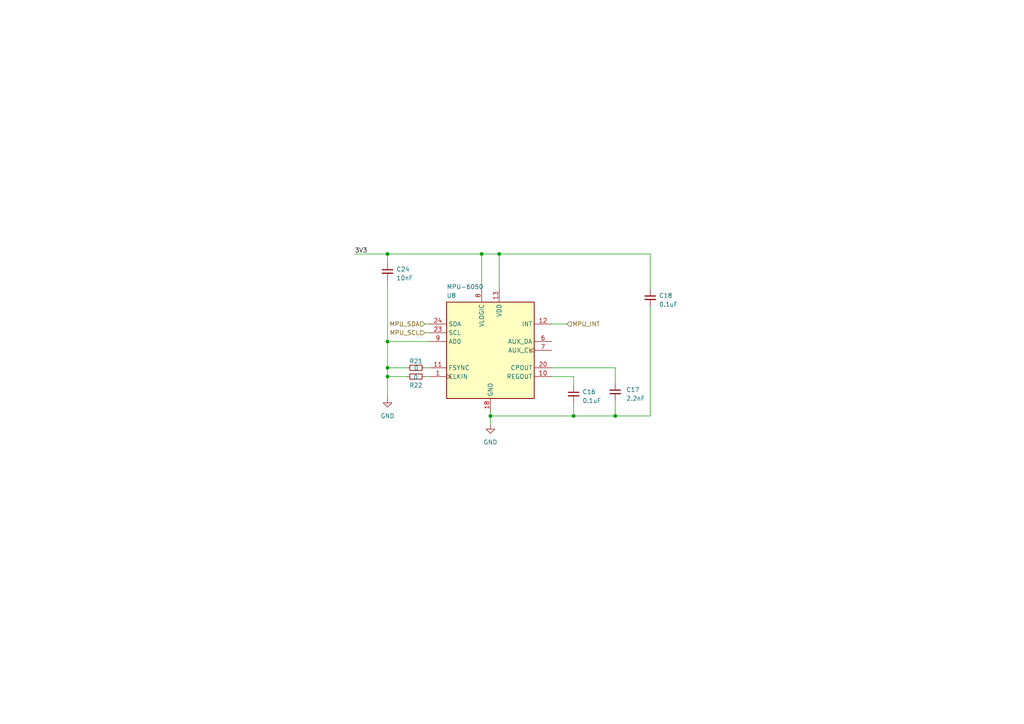
<source format=kicad_sch>
(kicad_sch (version 20230121) (generator eeschema)

  (uuid 45717ea5-ead3-48a7-843c-0e73302d760a)

  (paper "A4")

  (lib_symbols
    (symbol "Device:C_Small" (pin_numbers hide) (pin_names (offset 0.254) hide) (in_bom yes) (on_board yes)
      (property "Reference" "C" (at 0.254 1.778 0)
        (effects (font (size 1.27 1.27)) (justify left))
      )
      (property "Value" "C_Small" (at 0.254 -2.032 0)
        (effects (font (size 1.27 1.27)) (justify left))
      )
      (property "Footprint" "" (at 0 0 0)
        (effects (font (size 1.27 1.27)) hide)
      )
      (property "Datasheet" "~" (at 0 0 0)
        (effects (font (size 1.27 1.27)) hide)
      )
      (property "ki_keywords" "capacitor cap" (at 0 0 0)
        (effects (font (size 1.27 1.27)) hide)
      )
      (property "ki_description" "Unpolarized capacitor, small symbol" (at 0 0 0)
        (effects (font (size 1.27 1.27)) hide)
      )
      (property "ki_fp_filters" "C_*" (at 0 0 0)
        (effects (font (size 1.27 1.27)) hide)
      )
      (symbol "C_Small_0_1"
        (polyline
          (pts
            (xy -1.524 -0.508)
            (xy 1.524 -0.508)
          )
          (stroke (width 0.3302) (type default))
          (fill (type none))
        )
        (polyline
          (pts
            (xy -1.524 0.508)
            (xy 1.524 0.508)
          )
          (stroke (width 0.3048) (type default))
          (fill (type none))
        )
      )
      (symbol "C_Small_1_1"
        (pin passive line (at 0 2.54 270) (length 2.032)
          (name "~" (effects (font (size 1.27 1.27))))
          (number "1" (effects (font (size 1.27 1.27))))
        )
        (pin passive line (at 0 -2.54 90) (length 2.032)
          (name "~" (effects (font (size 1.27 1.27))))
          (number "2" (effects (font (size 1.27 1.27))))
        )
      )
    )
    (symbol "Device:R_Small" (pin_numbers hide) (pin_names (offset 0.254) hide) (in_bom yes) (on_board yes)
      (property "Reference" "R" (at 0.762 0.508 0)
        (effects (font (size 1.27 1.27)) (justify left))
      )
      (property "Value" "R_Small" (at 0.762 -1.016 0)
        (effects (font (size 1.27 1.27)) (justify left))
      )
      (property "Footprint" "" (at 0 0 0)
        (effects (font (size 1.27 1.27)) hide)
      )
      (property "Datasheet" "~" (at 0 0 0)
        (effects (font (size 1.27 1.27)) hide)
      )
      (property "ki_keywords" "R resistor" (at 0 0 0)
        (effects (font (size 1.27 1.27)) hide)
      )
      (property "ki_description" "Resistor, small symbol" (at 0 0 0)
        (effects (font (size 1.27 1.27)) hide)
      )
      (property "ki_fp_filters" "R_*" (at 0 0 0)
        (effects (font (size 1.27 1.27)) hide)
      )
      (symbol "R_Small_0_1"
        (rectangle (start -0.762 1.778) (end 0.762 -1.778)
          (stroke (width 0.2032) (type default))
          (fill (type none))
        )
      )
      (symbol "R_Small_1_1"
        (pin passive line (at 0 2.54 270) (length 0.762)
          (name "~" (effects (font (size 1.27 1.27))))
          (number "1" (effects (font (size 1.27 1.27))))
        )
        (pin passive line (at 0 -2.54 90) (length 0.762)
          (name "~" (effects (font (size 1.27 1.27))))
          (number "2" (effects (font (size 1.27 1.27))))
        )
      )
    )
    (symbol "Sensor_Motion:MPU-6050" (in_bom yes) (on_board yes)
      (property "Reference" "U" (at -11.43 13.97 0)
        (effects (font (size 1.27 1.27)))
      )
      (property "Value" "MPU-6050" (at 7.62 -15.24 0)
        (effects (font (size 1.27 1.27)))
      )
      (property "Footprint" "Sensor_Motion:InvenSense_QFN-24_4x4mm_P0.5mm" (at 0 -20.32 0)
        (effects (font (size 1.27 1.27)) hide)
      )
      (property "Datasheet" "https://invensense.tdk.com/wp-content/uploads/2015/02/MPU-6000-Datasheet1.pdf" (at 0 -3.81 0)
        (effects (font (size 1.27 1.27)) hide)
      )
      (property "ki_keywords" "mems" (at 0 0 0)
        (effects (font (size 1.27 1.27)) hide)
      )
      (property "ki_description" "InvenSense 6-Axis Motion Sensor, Gyroscope, Accelerometer, I2C" (at 0 0 0)
        (effects (font (size 1.27 1.27)) hide)
      )
      (property "ki_fp_filters" "*QFN*4x4mm*P0.5mm*" (at 0 0 0)
        (effects (font (size 1.27 1.27)) hide)
      )
      (symbol "MPU-6050_0_0"
        (text "" (at 12.7 -2.54 0)
          (effects (font (size 1.27 1.27)))
        )
      )
      (symbol "MPU-6050_0_1"
        (rectangle (start -12.7 13.97) (end 12.7 -13.97)
          (stroke (width 0.254) (type default))
          (fill (type background))
        )
      )
      (symbol "MPU-6050_1_1"
        (pin input clock (at -17.78 -7.62 0) (length 5.08)
          (name "CLKIN" (effects (font (size 1.27 1.27))))
          (number "1" (effects (font (size 1.27 1.27))))
        )
        (pin passive line (at 17.78 -7.62 180) (length 5.08)
          (name "REGOUT" (effects (font (size 1.27 1.27))))
          (number "10" (effects (font (size 1.27 1.27))))
        )
        (pin input line (at -17.78 -5.08 0) (length 5.08)
          (name "FSYNC" (effects (font (size 1.27 1.27))))
          (number "11" (effects (font (size 1.27 1.27))))
        )
        (pin output line (at 17.78 7.62 180) (length 5.08)
          (name "INT" (effects (font (size 1.27 1.27))))
          (number "12" (effects (font (size 1.27 1.27))))
        )
        (pin power_in line (at 2.54 17.78 270) (length 3.81)
          (name "VDD" (effects (font (size 1.27 1.27))))
          (number "13" (effects (font (size 1.27 1.27))))
        )
        (pin no_connect line (at -12.7 -10.16 0) (length 2.54) hide
          (name "NC" (effects (font (size 1.27 1.27))))
          (number "14" (effects (font (size 1.27 1.27))))
        )
        (pin no_connect line (at 12.7 12.7 180) (length 2.54) hide
          (name "NC" (effects (font (size 1.27 1.27))))
          (number "15" (effects (font (size 1.27 1.27))))
        )
        (pin no_connect line (at 12.7 10.16 180) (length 2.54) hide
          (name "NC" (effects (font (size 1.27 1.27))))
          (number "16" (effects (font (size 1.27 1.27))))
        )
        (pin no_connect line (at 12.7 5.08 180) (length 2.54) hide
          (name "NC" (effects (font (size 1.27 1.27))))
          (number "17" (effects (font (size 1.27 1.27))))
        )
        (pin power_in line (at 0 -17.78 90) (length 3.81)
          (name "GND" (effects (font (size 1.27 1.27))))
          (number "18" (effects (font (size 1.27 1.27))))
        )
        (pin no_connect line (at 12.7 -10.16 180) (length 2.54) hide
          (name "RESV" (effects (font (size 1.27 1.27))))
          (number "19" (effects (font (size 1.27 1.27))))
        )
        (pin no_connect line (at -12.7 12.7 0) (length 2.54) hide
          (name "NC" (effects (font (size 1.27 1.27))))
          (number "2" (effects (font (size 1.27 1.27))))
        )
        (pin passive line (at 17.78 -5.08 180) (length 5.08)
          (name "CPOUT" (effects (font (size 1.27 1.27))))
          (number "20" (effects (font (size 1.27 1.27))))
        )
        (pin no_connect line (at 12.7 -2.54 180) (length 2.54) hide
          (name "RESV" (effects (font (size 1.27 1.27))))
          (number "21" (effects (font (size 1.27 1.27))))
        )
        (pin no_connect line (at 12.7 -12.7 180) (length 2.54) hide
          (name "RESV" (effects (font (size 1.27 1.27))))
          (number "22" (effects (font (size 1.27 1.27))))
        )
        (pin input line (at -17.78 5.08 0) (length 5.08)
          (name "SCL" (effects (font (size 1.27 1.27))))
          (number "23" (effects (font (size 1.27 1.27))))
        )
        (pin bidirectional line (at -17.78 7.62 0) (length 5.08)
          (name "SDA" (effects (font (size 1.27 1.27))))
          (number "24" (effects (font (size 1.27 1.27))))
        )
        (pin no_connect line (at -12.7 10.16 0) (length 2.54) hide
          (name "NC" (effects (font (size 1.27 1.27))))
          (number "3" (effects (font (size 1.27 1.27))))
        )
        (pin no_connect line (at -12.7 0 0) (length 2.54) hide
          (name "NC" (effects (font (size 1.27 1.27))))
          (number "4" (effects (font (size 1.27 1.27))))
        )
        (pin no_connect line (at -12.7 -2.54 0) (length 2.54) hide
          (name "NC" (effects (font (size 1.27 1.27))))
          (number "5" (effects (font (size 1.27 1.27))))
        )
        (pin bidirectional line (at 17.78 2.54 180) (length 5.08)
          (name "AUX_DA" (effects (font (size 1.27 1.27))))
          (number "6" (effects (font (size 1.27 1.27))))
        )
        (pin output clock (at 17.78 0 180) (length 5.08)
          (name "AUX_CL" (effects (font (size 1.27 1.27))))
          (number "7" (effects (font (size 1.27 1.27))))
        )
        (pin power_in line (at -2.54 17.78 270) (length 3.81)
          (name "VLOGIC" (effects (font (size 1.27 1.27))))
          (number "8" (effects (font (size 1.27 1.27))))
        )
        (pin input line (at -17.78 2.54 0) (length 5.08)
          (name "AD0" (effects (font (size 1.27 1.27))))
          (number "9" (effects (font (size 1.27 1.27))))
        )
      )
    )
    (symbol "power:GND" (power) (pin_names (offset 0)) (in_bom yes) (on_board yes)
      (property "Reference" "#PWR" (at 0 -6.35 0)
        (effects (font (size 1.27 1.27)) hide)
      )
      (property "Value" "GND" (at 0 -3.81 0)
        (effects (font (size 1.27 1.27)))
      )
      (property "Footprint" "" (at 0 0 0)
        (effects (font (size 1.27 1.27)) hide)
      )
      (property "Datasheet" "" (at 0 0 0)
        (effects (font (size 1.27 1.27)) hide)
      )
      (property "ki_keywords" "global power" (at 0 0 0)
        (effects (font (size 1.27 1.27)) hide)
      )
      (property "ki_description" "Power symbol creates a global label with name \"GND\" , ground" (at 0 0 0)
        (effects (font (size 1.27 1.27)) hide)
      )
      (symbol "GND_0_1"
        (polyline
          (pts
            (xy 0 0)
            (xy 0 -1.27)
            (xy 1.27 -1.27)
            (xy 0 -2.54)
            (xy -1.27 -1.27)
            (xy 0 -1.27)
          )
          (stroke (width 0) (type default))
          (fill (type none))
        )
      )
      (symbol "GND_1_1"
        (pin power_in line (at 0 0 270) (length 0) hide
          (name "GND" (effects (font (size 1.27 1.27))))
          (number "1" (effects (font (size 1.27 1.27))))
        )
      )
    )
  )

  (junction (at 144.78 73.66) (diameter 0) (color 0 0 0 0)
    (uuid 1c5a7719-af32-4662-8a4a-7833b33c599a)
  )
  (junction (at 112.395 109.22) (diameter 0) (color 0 0 0 0)
    (uuid 267720f6-5265-4447-937f-e6468a8aeb28)
  )
  (junction (at 112.395 73.66) (diameter 0) (color 0 0 0 0)
    (uuid 3e604a29-4fdb-4950-98dd-f4c7026587fd)
  )
  (junction (at 112.395 106.68) (diameter 0) (color 0 0 0 0)
    (uuid 5f33bc45-2311-4563-8933-cfd1236ec1e9)
  )
  (junction (at 142.24 120.65) (diameter 0) (color 0 0 0 0)
    (uuid 7ccada2a-5e62-47ae-a819-50fa1db5bbf2)
  )
  (junction (at 112.395 99.06) (diameter 0) (color 0 0 0 0)
    (uuid 882cf8b9-ecfc-48a5-a2ef-0826db330cf2)
  )
  (junction (at 166.37 120.65) (diameter 0) (color 0 0 0 0)
    (uuid bdfe0b09-b2f3-4036-91a7-bfd3518825d2)
  )
  (junction (at 139.7 73.66) (diameter 0) (color 0 0 0 0)
    (uuid cee2a6d5-2bc0-4ba9-8d58-9c924eab8921)
  )
  (junction (at 178.435 120.65) (diameter 0) (color 0 0 0 0)
    (uuid e727ae2e-0be8-408e-9f6f-0e5ae4488775)
  )

  (wire (pts (xy 160.02 93.98) (xy 164.465 93.98))
    (stroke (width 0) (type default))
    (uuid 02fb6892-9685-4951-aefb-677cd239c861)
  )
  (wire (pts (xy 112.395 81.28) (xy 112.395 99.06))
    (stroke (width 0) (type default))
    (uuid 19df63f5-3a45-4999-80b5-0a45b84ecd5e)
  )
  (wire (pts (xy 102.87 73.66) (xy 112.395 73.66))
    (stroke (width 0) (type default))
    (uuid 2de436ac-ddc4-4e32-93e5-88d925e1344c)
  )
  (wire (pts (xy 178.435 116.205) (xy 178.435 120.65))
    (stroke (width 0) (type default))
    (uuid 2e2041c8-67af-4b17-8e8b-ba5fef0ae3bc)
  )
  (wire (pts (xy 178.435 106.68) (xy 178.435 111.125))
    (stroke (width 0) (type default))
    (uuid 344fa213-2d71-4637-b961-59ea73e9cc3c)
  )
  (wire (pts (xy 112.395 73.66) (xy 139.7 73.66))
    (stroke (width 0) (type default))
    (uuid 4471fef6-a50b-47a0-af87-c0be04911639)
  )
  (wire (pts (xy 144.78 73.66) (xy 144.78 83.82))
    (stroke (width 0) (type default))
    (uuid 4aabf079-a587-47d4-94d6-322b8c5e7f4b)
  )
  (wire (pts (xy 123.19 109.22) (xy 124.46 109.22))
    (stroke (width 0) (type default))
    (uuid 4bb05e3e-9e02-4e5f-b444-8dd2bfe727c3)
  )
  (wire (pts (xy 142.24 119.38) (xy 142.24 120.65))
    (stroke (width 0) (type default))
    (uuid 50dc154c-119f-4333-a966-e4a1e42fc3d5)
  )
  (wire (pts (xy 139.7 83.82) (xy 139.7 73.66))
    (stroke (width 0) (type default))
    (uuid 59809df8-b0e8-4d67-98c8-c3bf2ac8571a)
  )
  (wire (pts (xy 112.395 109.22) (xy 112.395 115.57))
    (stroke (width 0) (type default))
    (uuid 5b096239-1178-4eee-b56d-0e1b48d4ed0a)
  )
  (wire (pts (xy 188.595 120.65) (xy 178.435 120.65))
    (stroke (width 0) (type default))
    (uuid 62eaee48-e5e4-4035-b457-434492d54aa8)
  )
  (wire (pts (xy 160.02 106.68) (xy 178.435 106.68))
    (stroke (width 0) (type default))
    (uuid 637895d5-dccb-4b56-8ffc-e2e212bb21f3)
  )
  (wire (pts (xy 124.46 106.68) (xy 123.19 106.68))
    (stroke (width 0) (type default))
    (uuid 744f7c9e-36f1-4285-b93b-57fa52961db2)
  )
  (wire (pts (xy 142.24 120.65) (xy 166.37 120.65))
    (stroke (width 0) (type default))
    (uuid 863341d1-fbf7-4098-b3da-ae808baca34d)
  )
  (wire (pts (xy 144.78 73.66) (xy 188.595 73.66))
    (stroke (width 0) (type default))
    (uuid 8636de53-ad02-4fef-80c6-48af086328a2)
  )
  (wire (pts (xy 166.37 116.84) (xy 166.37 120.65))
    (stroke (width 0) (type default))
    (uuid 92674c16-ebb9-4533-aa74-0516d0446492)
  )
  (wire (pts (xy 124.46 96.52) (xy 123.19 96.52))
    (stroke (width 0) (type default))
    (uuid 954f06d6-2ef3-4472-8083-2ce86f67cdaf)
  )
  (wire (pts (xy 142.24 120.65) (xy 142.24 123.19))
    (stroke (width 0) (type default))
    (uuid 970ee2cb-ca25-4318-85bc-a4eefd6589ad)
  )
  (wire (pts (xy 178.435 120.65) (xy 166.37 120.65))
    (stroke (width 0) (type default))
    (uuid 9f32ddc1-5751-436f-a902-08be2857c82a)
  )
  (wire (pts (xy 123.19 93.98) (xy 124.46 93.98))
    (stroke (width 0) (type default))
    (uuid b07c605c-0acb-4b33-aad3-de6643912c04)
  )
  (wire (pts (xy 188.595 88.9) (xy 188.595 120.65))
    (stroke (width 0) (type default))
    (uuid b094f340-fcfb-44d2-8800-4e6ebf2d62fc)
  )
  (wire (pts (xy 166.37 109.22) (xy 166.37 111.76))
    (stroke (width 0) (type default))
    (uuid c440f710-8c68-484a-ae25-d0cf1105a57e)
  )
  (wire (pts (xy 112.395 73.66) (xy 112.395 76.2))
    (stroke (width 0) (type default))
    (uuid ce53dab7-3c63-4765-a8c5-0ce4bd4d2c81)
  )
  (wire (pts (xy 112.395 109.22) (xy 118.11 109.22))
    (stroke (width 0) (type default))
    (uuid dcace878-3816-4d82-885a-f7667e1ba339)
  )
  (wire (pts (xy 112.395 99.06) (xy 112.395 106.68))
    (stroke (width 0) (type default))
    (uuid e29d7687-5763-4165-a84e-a2d81e382fe7)
  )
  (wire (pts (xy 160.02 109.22) (xy 166.37 109.22))
    (stroke (width 0) (type default))
    (uuid e2c906df-73e3-42e2-863b-747bad671fa8)
  )
  (wire (pts (xy 188.595 83.82) (xy 188.595 73.66))
    (stroke (width 0) (type default))
    (uuid e6153c5d-ccb3-4ce6-95e1-68865b9bade2)
  )
  (wire (pts (xy 112.395 106.68) (xy 118.11 106.68))
    (stroke (width 0) (type default))
    (uuid ed341edf-840a-4597-963e-dd1a1dad06ce)
  )
  (wire (pts (xy 124.46 99.06) (xy 112.395 99.06))
    (stroke (width 0) (type default))
    (uuid f2d2700b-752c-466b-9d11-4ba94ad2c314)
  )
  (wire (pts (xy 139.7 73.66) (xy 144.78 73.66))
    (stroke (width 0) (type default))
    (uuid f84f2014-a2a8-4dc7-8fae-768e963a05c9)
  )
  (wire (pts (xy 112.395 109.22) (xy 112.395 106.68))
    (stroke (width 0) (type default))
    (uuid fd9f1a96-5991-48d1-8b0a-5c2eaf153e92)
  )

  (label "3V3" (at 102.87 73.66 0) (fields_autoplaced)
    (effects (font (size 1.27 1.27)) (justify left bottom))
    (uuid ab44c4f9-d13e-4a88-8c12-8ea57c59b6fe)
  )

  (hierarchical_label "MPU_SDA" (shape input) (at 123.19 93.98 180) (fields_autoplaced)
    (effects (font (size 1.27 1.27)) (justify right))
    (uuid 05b21cc6-6b0a-46e7-8713-f131172cb5cb)
  )
  (hierarchical_label "MPU_SCL" (shape input) (at 123.19 96.52 180) (fields_autoplaced)
    (effects (font (size 1.27 1.27)) (justify right))
    (uuid d72b1fbc-2039-40af-b207-603a0c5bbfa5)
  )
  (hierarchical_label "MPU_INT" (shape input) (at 164.465 93.98 0) (fields_autoplaced)
    (effects (font (size 1.27 1.27)) (justify left))
    (uuid f32943a9-b3bc-4509-8f71-816106153cbf)
  )

  (symbol (lib_id "Device:C_Small") (at 188.595 86.36 0) (unit 1)
    (in_bom yes) (on_board yes) (dnp no) (fields_autoplaced)
    (uuid 06f870a8-a20a-4d1d-a77d-fb6c378188aa)
    (property "Reference" "C18" (at 191.135 85.7313 0)
      (effects (font (size 1.27 1.27)) (justify left))
    )
    (property "Value" "0.1uF" (at 191.135 88.2713 0)
      (effects (font (size 1.27 1.27)) (justify left))
    )
    (property "Footprint" "" (at 188.595 86.36 0)
      (effects (font (size 1.27 1.27)) hide)
    )
    (property "Datasheet" "~" (at 188.595 86.36 0)
      (effects (font (size 1.27 1.27)) hide)
    )
    (pin "1" (uuid 3dcd7e02-3f1f-4eac-9fac-af89dac4d33c))
    (pin "2" (uuid e6669529-b5b5-41ff-9ee1-7f0a829075c7))
    (instances
      (project "BEEWATCH"
        (path "/e9c5fb53-480b-4989-8495-a3341ee99514/45e7f89e-d204-4195-8987-9a9b7a51f032"
          (reference "C18") (unit 1)
        )
      )
    )
  )

  (symbol (lib_id "Device:C_Small") (at 112.395 78.74 0) (unit 1)
    (in_bom yes) (on_board yes) (dnp no) (fields_autoplaced)
    (uuid 0c79d3f4-ef42-4d9d-96a5-c63b9d99e5fa)
    (property "Reference" "C24" (at 114.935 78.1113 0)
      (effects (font (size 1.27 1.27)) (justify left))
    )
    (property "Value" "10nF" (at 114.935 80.6513 0)
      (effects (font (size 1.27 1.27)) (justify left))
    )
    (property "Footprint" "" (at 112.395 78.74 0)
      (effects (font (size 1.27 1.27)) hide)
    )
    (property "Datasheet" "~" (at 112.395 78.74 0)
      (effects (font (size 1.27 1.27)) hide)
    )
    (pin "1" (uuid 8883fda8-e21a-4180-bc5d-d64927ed3f65))
    (pin "2" (uuid c7b55dd3-fc98-4cc3-9e4d-3f687873335a))
    (instances
      (project "BEEWATCH"
        (path "/e9c5fb53-480b-4989-8495-a3341ee99514/45e7f89e-d204-4195-8987-9a9b7a51f032"
          (reference "C24") (unit 1)
        )
      )
    )
  )

  (symbol (lib_id "Device:C_Small") (at 178.435 113.665 0) (unit 1)
    (in_bom yes) (on_board yes) (dnp no) (fields_autoplaced)
    (uuid 17fac265-4a5a-4a2d-90af-a131947d1bc8)
    (property "Reference" "C17" (at 181.61 113.0363 0)
      (effects (font (size 1.27 1.27)) (justify left))
    )
    (property "Value" "2.2nF" (at 181.61 115.5763 0)
      (effects (font (size 1.27 1.27)) (justify left))
    )
    (property "Footprint" "" (at 178.435 113.665 0)
      (effects (font (size 1.27 1.27)) hide)
    )
    (property "Datasheet" "~" (at 178.435 113.665 0)
      (effects (font (size 1.27 1.27)) hide)
    )
    (pin "1" (uuid 00ea3b00-0b65-4fe0-913d-8c234e3df3a3))
    (pin "2" (uuid 3704c62a-034f-48e3-b426-55a182d3be61))
    (instances
      (project "BEEWATCH"
        (path "/e9c5fb53-480b-4989-8495-a3341ee99514/45e7f89e-d204-4195-8987-9a9b7a51f032"
          (reference "C17") (unit 1)
        )
      )
    )
  )

  (symbol (lib_id "Device:C_Small") (at 166.37 114.3 0) (unit 1)
    (in_bom yes) (on_board yes) (dnp no) (fields_autoplaced)
    (uuid 39e6fc29-3699-49b3-b8af-294c61d307bf)
    (property "Reference" "C16" (at 168.91 113.6713 0)
      (effects (font (size 1.27 1.27)) (justify left))
    )
    (property "Value" "0.1uF" (at 168.91 116.2113 0)
      (effects (font (size 1.27 1.27)) (justify left))
    )
    (property "Footprint" "" (at 166.37 114.3 0)
      (effects (font (size 1.27 1.27)) hide)
    )
    (property "Datasheet" "~" (at 166.37 114.3 0)
      (effects (font (size 1.27 1.27)) hide)
    )
    (pin "1" (uuid 363f87d0-2daf-48cb-b806-649495ee7c62))
    (pin "2" (uuid 28cda0bd-48c8-46bb-a851-36d9c98d4929))
    (instances
      (project "BEEWATCH"
        (path "/e9c5fb53-480b-4989-8495-a3341ee99514/45e7f89e-d204-4195-8987-9a9b7a51f032"
          (reference "C16") (unit 1)
        )
      )
    )
  )

  (symbol (lib_id "power:GND") (at 142.24 123.19 0) (unit 1)
    (in_bom yes) (on_board yes) (dnp no) (fields_autoplaced)
    (uuid 8ebfe185-c0f7-4e0f-9aa1-acda7409e640)
    (property "Reference" "#PWR016" (at 142.24 129.54 0)
      (effects (font (size 1.27 1.27)) hide)
    )
    (property "Value" "GND" (at 142.24 128.27 0)
      (effects (font (size 1.27 1.27)))
    )
    (property "Footprint" "" (at 142.24 123.19 0)
      (effects (font (size 1.27 1.27)) hide)
    )
    (property "Datasheet" "" (at 142.24 123.19 0)
      (effects (font (size 1.27 1.27)) hide)
    )
    (pin "1" (uuid cbd2f107-fd58-494d-b5a1-73993be6af09))
    (instances
      (project "BEEWATCH"
        (path "/e9c5fb53-480b-4989-8495-a3341ee99514/45e7f89e-d204-4195-8987-9a9b7a51f032"
          (reference "#PWR016") (unit 1)
        )
      )
    )
  )

  (symbol (lib_id "Device:R_Small") (at 120.65 109.22 90) (unit 1)
    (in_bom yes) (on_board yes) (dnp no)
    (uuid 8f4c9a88-2574-4718-ba0f-fef2941a3e6e)
    (property "Reference" "R22" (at 120.65 111.76 90)
      (effects (font (size 1.27 1.27)))
    )
    (property "Value" "0" (at 120.5908 109.4172 90)
      (effects (font (size 1.27 1.27)))
    )
    (property "Footprint" "" (at 120.65 109.22 0)
      (effects (font (size 1.27 1.27)) hide)
    )
    (property "Datasheet" "~" (at 120.65 109.22 0)
      (effects (font (size 1.27 1.27)) hide)
    )
    (pin "1" (uuid 447f6b1e-6e24-44dd-8750-81ae13e66f5b))
    (pin "2" (uuid 7851d9e2-d369-4de8-b2d9-52bc49a064be))
    (instances
      (project "BEEWATCH"
        (path "/e9c5fb53-480b-4989-8495-a3341ee99514/45e7f89e-d204-4195-8987-9a9b7a51f032"
          (reference "R22") (unit 1)
        )
      )
    )
  )

  (symbol (lib_id "power:GND") (at 112.395 115.57 0) (unit 1)
    (in_bom yes) (on_board yes) (dnp no) (fields_autoplaced)
    (uuid ae4ecd80-38d5-4c50-a79a-8c42dcdb3906)
    (property "Reference" "#PWR015" (at 112.395 121.92 0)
      (effects (font (size 1.27 1.27)) hide)
    )
    (property "Value" "GND" (at 112.395 120.65 0)
      (effects (font (size 1.27 1.27)))
    )
    (property "Footprint" "" (at 112.395 115.57 0)
      (effects (font (size 1.27 1.27)) hide)
    )
    (property "Datasheet" "" (at 112.395 115.57 0)
      (effects (font (size 1.27 1.27)) hide)
    )
    (pin "1" (uuid 7b7026ef-af0c-465e-9e7f-1842dac90000))
    (instances
      (project "BEEWATCH"
        (path "/e9c5fb53-480b-4989-8495-a3341ee99514/45e7f89e-d204-4195-8987-9a9b7a51f032"
          (reference "#PWR015") (unit 1)
        )
      )
    )
  )

  (symbol (lib_id "Sensor_Motion:MPU-6050") (at 142.24 101.6 0) (unit 1)
    (in_bom yes) (on_board yes) (dnp no)
    (uuid b4f15f3a-940c-434e-92b4-972a6d222be2)
    (property "Reference" "U8" (at 129.54 85.725 0)
      (effects (font (size 1.27 1.27)) (justify left))
    )
    (property "Value" "MPU-6050" (at 129.54 83.185 0)
      (effects (font (size 1.27 1.27)) (justify left))
    )
    (property "Footprint" "Sensor_Motion:InvenSense_QFN-24_4x4mm_P0.5mm" (at 142.24 121.92 0)
      (effects (font (size 1.27 1.27)) hide)
    )
    (property "Datasheet" "https://invensense.tdk.com/wp-content/uploads/2015/02/MPU-6000-Datasheet1.pdf" (at 142.24 105.41 0)
      (effects (font (size 1.27 1.27)) hide)
    )
    (pin "1" (uuid 32cbb344-7d92-4fbb-ae52-888304bb3c53))
    (pin "10" (uuid 66ce8038-4b05-401d-b837-ccf613c4e1bd))
    (pin "11" (uuid 7056396c-86bc-423f-93fe-1434881ec1c6))
    (pin "12" (uuid 8225920a-488d-4b8c-9dee-7f79c83ea6f9))
    (pin "13" (uuid cd939804-2f47-4c32-a01f-6538f6b32cfb))
    (pin "14" (uuid a34caf0e-005d-420f-8d8d-a2437bd4a78b))
    (pin "15" (uuid ffa6b408-13fd-4c4e-87ce-007d9d536800))
    (pin "16" (uuid 950b4041-f062-4072-9319-03e712f365b1))
    (pin "17" (uuid 44b6bb44-860e-4d23-9a9a-ff586bf259b7))
    (pin "18" (uuid beed0bd1-e7f0-4205-a9d4-2d5d8ccb4780))
    (pin "19" (uuid afd6fc50-8e0e-4b02-bbc2-c158e595f559))
    (pin "2" (uuid 235cfd8a-53bc-4b41-a368-a966cef7ad14))
    (pin "20" (uuid 685b59c0-ca3b-4c9b-9d7f-fb301ee9f5a5))
    (pin "21" (uuid ce3b66ac-77e3-4cd3-a195-a33f25baf243))
    (pin "22" (uuid a546ec72-a12f-4a5f-95f6-7340a7668f5f))
    (pin "23" (uuid 24d84f86-8518-4fe4-9893-0998498f7e7b))
    (pin "24" (uuid 1e9832ab-a0cc-4f2d-9376-afe61f32d0cb))
    (pin "3" (uuid 0fdf11c6-8a9b-4a83-82d2-a0b0b0d12b15))
    (pin "4" (uuid a26b0c02-369e-4d4f-adf7-4f3213bcb9de))
    (pin "5" (uuid d4555280-748f-4788-a2ed-86282c08d096))
    (pin "6" (uuid 874ffb46-e910-4a26-995a-5c0411e4dc24))
    (pin "7" (uuid 10f4d17d-19fc-45d2-aaea-c5cef7be4d1c))
    (pin "8" (uuid fe3dd566-766d-48b1-b0d4-d8786e29cae8))
    (pin "9" (uuid 591a1024-7b90-4cb0-9484-66a7b6735d22))
    (instances
      (project "BEEWATCH"
        (path "/e9c5fb53-480b-4989-8495-a3341ee99514"
          (reference "U8") (unit 1)
        )
        (path "/e9c5fb53-480b-4989-8495-a3341ee99514/45e7f89e-d204-4195-8987-9a9b7a51f032"
          (reference "U3") (unit 1)
        )
      )
    )
  )

  (symbol (lib_id "Device:R_Small") (at 120.65 106.68 90) (unit 1)
    (in_bom yes) (on_board yes) (dnp no)
    (uuid df53765a-4595-495c-9f42-1af8036fa3bc)
    (property "Reference" "R21" (at 120.65 104.775 90)
      (effects (font (size 1.27 1.27)))
    )
    (property "Value" "0" (at 120.724 106.7874 90)
      (effects (font (size 1.27 1.27)))
    )
    (property "Footprint" "" (at 120.65 106.68 0)
      (effects (font (size 1.27 1.27)) hide)
    )
    (property "Datasheet" "~" (at 120.65 106.68 0)
      (effects (font (size 1.27 1.27)) hide)
    )
    (pin "1" (uuid b2fa92fa-c060-443e-ae0f-bee867bf5cc8))
    (pin "2" (uuid 3476866b-deae-4b5e-b0ca-749d7ce36d02))
    (instances
      (project "BEEWATCH"
        (path "/e9c5fb53-480b-4989-8495-a3341ee99514/45e7f89e-d204-4195-8987-9a9b7a51f032"
          (reference "R21") (unit 1)
        )
      )
    )
  )
)

</source>
